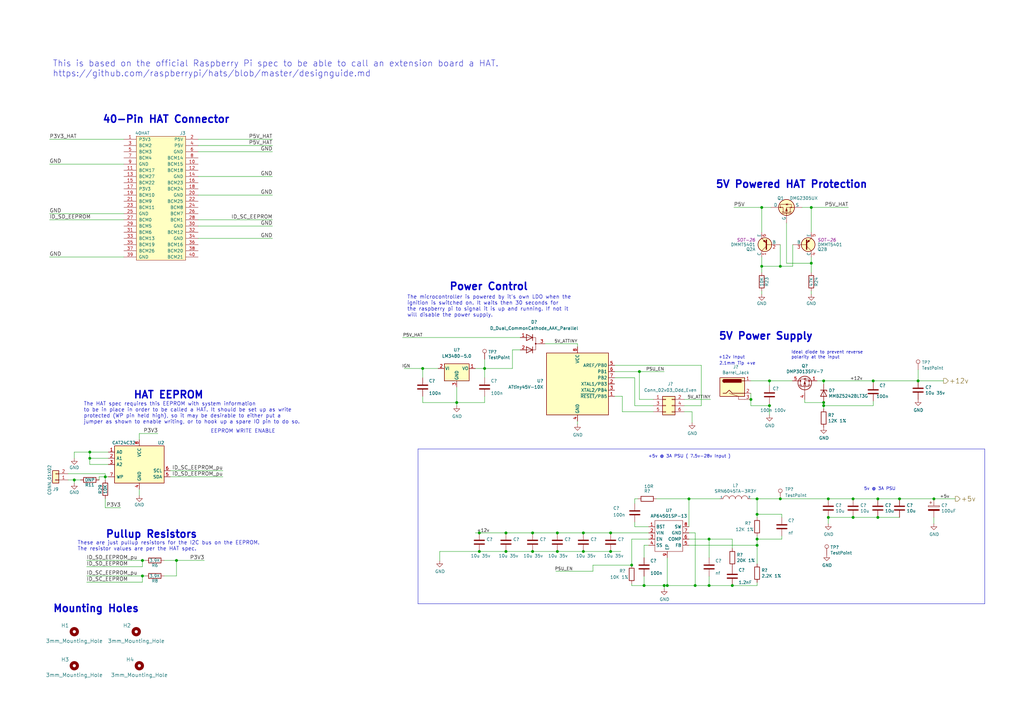
<source format=kicad_sch>
(kicad_sch (version 20210126) (generator eeschema)
  (paper "A3")
  (title_block (title "CarPi Power Hat") (rev "A"))
  (junction (at 30.48 196.85) (diameter 1.016))
  (junction (at 36.83 185.42) (diameter 1.016))
  (junction (at 36.83 187.96) (diameter 1.016))
  (junction (at 43.18 195.58) (diameter 1.016))
  (junction (at 58.42 229.87) (diameter 1.016))
  (junction (at 58.42 236.22) (diameter 1.016))
  (junction (at 72.39 229.87) (diameter 1.016))
  (junction (at 173.355 151.13) (diameter 1.016))
  (junction (at 187.325 165.1) (diameter 1.016))
  (junction (at 196.596 218.567) (diameter 1.016))
  (junction (at 196.596 226.187) (diameter 1.016))
  (junction (at 198.755 151.13) (diameter 1.016))
  (junction (at 207.518 218.567) (diameter 1.016))
  (junction (at 207.518 226.187) (diameter 1.016))
  (junction (at 218.44 218.567) (diameter 1.016))
  (junction (at 218.44 226.187) (diameter 1.016))
  (junction (at 228.6 218.567) (diameter 1.016))
  (junction (at 228.6 226.187) (diameter 1.016))
  (junction (at 239.268 218.567) (diameter 1.016))
  (junction (at 239.268 226.187) (diameter 1.016))
  (junction (at 250.444 218.567) (diameter 1.016))
  (junction (at 250.444 226.187) (diameter 1.016))
  (junction (at 259.08 231.775) (diameter 1.016))
  (junction (at 262.255 152.4) (diameter 1.016))
  (junction (at 264.16 240.157) (diameter 1.016))
  (junction (at 272.415 240.157) (diameter 1.016))
  (junction (at 273.685 240.157) (diameter 1.016))
  (junction (at 282.575 204.597) (diameter 1.016))
  (junction (at 285.115 240.157) (diameter 1.016))
  (junction (at 290.83 221.107) (diameter 1.016))
  (junction (at 290.83 240.157) (diameter 1.016))
  (junction (at 300.355 240.157) (diameter 1.016))
  (junction (at 307.975 163.83) (diameter 1.016))
  (junction (at 310.515 204.597) (diameter 1.016))
  (junction (at 310.515 210.947) (diameter 1.016))
  (junction (at 310.515 221.107) (diameter 1.016))
  (junction (at 310.515 223.647) (diameter 1.016))
  (junction (at 312.42 85.09) (diameter 1.016))
  (junction (at 312.42 109.22) (diameter 1.016))
  (junction (at 315.595 156.21) (diameter 1.016))
  (junction (at 315.595 166.37) (diameter 1.016))
  (junction (at 320.04 109.22) (diameter 1.016))
  (junction (at 320.04 204.597) (diameter 1.016))
  (junction (at 332.74 85.09) (diameter 1.016))
  (junction (at 332.74 107.95) (diameter 1.016))
  (junction (at 337.82 156.21) (diameter 1.016))
  (junction (at 337.82 165.1) (diameter 1.016))
  (junction (at 337.82 166.37) (diameter 1.016))
  (junction (at 339.725 204.597) (diameter 1.016))
  (junction (at 339.725 212.217) (diameter 1.016))
  (junction (at 349.885 204.597) (diameter 1.016))
  (junction (at 349.885 212.217) (diameter 1.016))
  (junction (at 358.14 156.21) (diameter 1.016))
  (junction (at 360.045 204.597) (diameter 1.016))
  (junction (at 360.045 212.217) (diameter 1.016))
  (junction (at 368.935 204.597) (diameter 1.016))
  (junction (at 376.555 156.21) (diameter 1.016))
  (junction (at 383.032 204.597) (diameter 1.016))
  (wire (pts (xy 27.94 194.31) (xy 43.18 194.31)))
  (wire (pts (xy 27.94 196.85) (xy 30.48 196.85)))
  (wire (pts (xy 30.48 185.42) (xy 30.48 187.96)))
  (wire (pts (xy 30.48 185.42) (xy 36.83 185.42)))
  (wire (pts (xy 30.48 196.85) (xy 33.02 196.85)))
  (wire (pts (xy 30.48 198.12) (xy 30.48 196.85)))
  (wire (pts (xy 35.56 229.87) (xy 58.42 229.87)))
  (wire (pts (xy 35.56 236.22) (xy 58.42 236.22)))
  (wire (pts (xy 36.83 185.42) (xy 36.83 187.96)))
  (wire (pts (xy 36.83 185.42) (xy 44.45 185.42)))
  (wire (pts (xy 36.83 187.96) (xy 36.83 190.5)))
  (wire (pts (xy 36.83 190.5) (xy 44.45 190.5)))
  (wire (pts (xy 40.64 195.58) (xy 40.64 196.85)))
  (wire (pts (xy 40.64 195.58) (xy 43.18 195.58)))
  (wire (pts (xy 43.18 194.31) (xy 43.18 195.58)))
  (wire (pts (xy 43.18 195.58) (xy 43.18 196.85)))
  (wire (pts (xy 43.18 195.58) (xy 44.45 195.58)))
  (wire (pts (xy 43.18 208.28) (xy 43.18 204.47)))
  (wire (pts (xy 44.45 187.96) (xy 36.83 187.96)))
  (wire (pts (xy 49.53 208.28) (xy 43.18 208.28)))
  (wire (pts (xy 50.8 57.15) (xy 20.32 57.15)))
  (wire (pts (xy 50.8 67.31) (xy 20.32 67.31)))
  (wire (pts (xy 50.8 87.63) (xy 20.32 87.63)))
  (wire (pts (xy 50.8 90.17) (xy 20.32 90.17)))
  (wire (pts (xy 50.8 105.41) (xy 20.32 105.41)))
  (wire (pts (xy 57.15 177.8) (xy 57.15 180.34)))
  (wire (pts (xy 57.15 177.8) (xy 64.77 177.8)))
  (wire (pts (xy 57.15 200.66) (xy 57.15 203.2)))
  (wire (pts (xy 58.42 229.87) (xy 59.69 229.87)))
  (wire (pts (xy 58.42 232.41) (xy 35.56 232.41)))
  (wire (pts (xy 58.42 232.41) (xy 58.42 229.87)))
  (wire (pts (xy 58.42 236.22) (xy 59.69 236.22)))
  (wire (pts (xy 58.42 238.76) (xy 35.56 238.76)))
  (wire (pts (xy 58.42 238.76) (xy 58.42 236.22)))
  (wire (pts (xy 67.31 229.87) (xy 72.39 229.87)))
  (wire (pts (xy 69.85 193.04) (xy 91.44 193.04)))
  (wire (pts (xy 72.39 229.87) (xy 83.82 229.87)))
  (wire (pts (xy 72.39 236.22) (xy 67.31 236.22)))
  (wire (pts (xy 72.39 236.22) (xy 72.39 229.87)))
  (wire (pts (xy 81.28 57.15) (xy 111.76 57.15)))
  (wire (pts (xy 81.28 59.69) (xy 111.76 59.69)))
  (wire (pts (xy 81.28 62.23) (xy 111.76 62.23)))
  (wire (pts (xy 81.28 72.39) (xy 111.76 72.39)))
  (wire (pts (xy 81.28 80.01) (xy 111.76 80.01)))
  (wire (pts (xy 81.28 90.17) (xy 111.76 90.17)))
  (wire (pts (xy 81.28 92.71) (xy 111.76 92.71)))
  (wire (pts (xy 81.28 97.79) (xy 111.76 97.79)))
  (wire (pts (xy 91.44 195.58) (xy 69.85 195.58)))
  (wire (pts (xy 165.1 138.43) (xy 213.36 138.43)))
  (wire (pts (xy 165.735 151.13) (xy 173.355 151.13)))
  (wire (pts (xy 173.355 151.13) (xy 173.355 154.94)))
  (wire (pts (xy 173.355 151.13) (xy 179.705 151.13)))
  (wire (pts (xy 173.355 162.56) (xy 173.355 165.1)))
  (wire (pts (xy 173.355 165.1) (xy 187.325 165.1)))
  (wire (pts (xy 180.34 226.187) (xy 180.34 229.997)))
  (wire (pts (xy 180.34 226.187) (xy 196.596 226.187)))
  (wire (pts (xy 187.325 158.75) (xy 187.325 165.1)))
  (wire (pts (xy 187.325 165.1) (xy 187.325 166.37)))
  (wire (pts (xy 187.325 165.1) (xy 198.755 165.1)))
  (wire (pts (xy 194.945 151.13) (xy 198.755 151.13)))
  (wire (pts (xy 194.945 218.567) (xy 196.596 218.567)))
  (wire (pts (xy 196.596 218.567) (xy 207.518 218.567)))
  (wire (pts (xy 196.596 226.187) (xy 207.518 226.187)))
  (wire (pts (xy 198.755 147.32) (xy 198.755 151.13)))
  (wire (pts (xy 198.755 151.13) (xy 198.755 154.94)))
  (wire (pts (xy 198.755 151.13) (xy 210.185 151.13)))
  (wire (pts (xy 198.755 162.56) (xy 198.755 165.1)))
  (wire (pts (xy 207.518 218.567) (xy 218.44 218.567)))
  (wire (pts (xy 207.518 226.187) (xy 218.44 226.187)))
  (wire (pts (xy 210.185 143.51) (xy 213.36 143.51)))
  (wire (pts (xy 210.185 151.13) (xy 210.185 143.51)))
  (wire (pts (xy 218.44 218.567) (xy 228.6 218.567)))
  (wire (pts (xy 218.44 226.187) (xy 228.6 226.187)))
  (wire (pts (xy 223.52 140.97) (xy 236.855 140.97)))
  (wire (pts (xy 227.965 234.315) (xy 243.205 234.315)))
  (wire (pts (xy 228.6 218.567) (xy 239.268 218.567)))
  (wire (pts (xy 228.6 226.187) (xy 239.268 226.187)))
  (wire (pts (xy 236.855 140.97) (xy 236.855 142.24)))
  (wire (pts (xy 236.855 172.72) (xy 236.855 173.99)))
  (wire (pts (xy 239.268 218.567) (xy 250.444 218.567)))
  (wire (pts (xy 239.268 226.187) (xy 250.444 226.187)))
  (wire (pts (xy 243.205 231.775) (xy 243.205 234.315)))
  (wire (pts (xy 243.205 231.775) (xy 259.08 231.775)))
  (wire (pts (xy 250.444 218.567) (xy 266.065 218.567)))
  (wire (pts (xy 250.444 226.187) (xy 254.635 226.187)))
  (wire (pts (xy 252.095 149.86) (xy 287.655 149.86)))
  (wire (pts (xy 252.095 152.4) (xy 262.255 152.4)))
  (wire (pts (xy 252.095 154.94) (xy 260.35 154.94)))
  (wire (pts (xy 252.095 162.56) (xy 255.27 162.56)))
  (wire (pts (xy 255.27 162.56) (xy 255.27 168.91)))
  (wire (pts (xy 255.27 168.91) (xy 267.97 168.91)))
  (wire (pts (xy 259.08 221.107) (xy 259.08 231.775)))
  (wire (pts (xy 259.08 221.107) (xy 266.065 221.107)))
  (wire (pts (xy 259.08 239.395) (xy 259.08 240.157)))
  (wire (pts (xy 259.08 240.157) (xy 264.16 240.157)))
  (wire (pts (xy 260.35 154.94) (xy 260.35 166.37)))
  (wire (pts (xy 260.35 166.37) (xy 267.97 166.37)))
  (wire (pts (xy 260.35 204.597) (xy 261.62 204.597)))
  (wire (pts (xy 260.35 206.502) (xy 260.35 204.597)))
  (wire (pts (xy 260.35 214.122) (xy 260.35 216.027)))
  (wire (pts (xy 260.35 216.027) (xy 266.065 216.027)))
  (wire (pts (xy 262.255 152.4) (xy 272.415 152.4)))
  (wire (pts (xy 262.255 163.83) (xy 262.255 152.4)))
  (wire (pts (xy 264.16 223.647) (xy 264.16 228.727)))
  (wire (pts (xy 264.16 236.347) (xy 264.16 240.157)))
  (wire (pts (xy 264.16 240.157) (xy 272.415 240.157)))
  (wire (pts (xy 266.065 223.647) (xy 264.16 223.647)))
  (wire (pts (xy 267.97 163.83) (xy 262.255 163.83)))
  (wire (pts (xy 269.24 204.597) (xy 282.575 204.597)))
  (wire (pts (xy 272.415 240.157) (xy 273.685 240.157)))
  (wire (pts (xy 272.415 241.427) (xy 272.415 240.157)))
  (wire (pts (xy 273.685 228.727) (xy 273.685 240.157)))
  (wire (pts (xy 273.685 240.157) (xy 285.115 240.157)))
  (wire (pts (xy 280.67 163.83) (xy 291.465 163.83)))
  (wire (pts (xy 280.67 168.91) (xy 283.845 168.91)))
  (wire (pts (xy 282.575 204.597) (xy 282.575 216.027)))
  (wire (pts (xy 282.575 204.597) (xy 295.275 204.597)))
  (wire (pts (xy 282.575 218.567) (xy 285.115 218.567)))
  (wire (pts (xy 282.575 221.107) (xy 290.83 221.107)))
  (wire (pts (xy 282.575 223.647) (xy 310.515 223.647)))
  (wire (pts (xy 283.845 168.91) (xy 283.845 173.355)))
  (wire (pts (xy 285.115 218.567) (xy 285.115 240.157)))
  (wire (pts (xy 285.115 240.157) (xy 290.83 240.157)))
  (wire (pts (xy 287.655 149.86) (xy 287.655 166.37)))
  (wire (pts (xy 287.655 166.37) (xy 280.67 166.37)))
  (wire (pts (xy 290.83 221.107) (xy 290.83 228.727)))
  (wire (pts (xy 290.83 221.107) (xy 300.355 221.107)))
  (wire (pts (xy 290.83 236.347) (xy 290.83 240.157)))
  (wire (pts (xy 290.83 240.157) (xy 300.355 240.157)))
  (wire (pts (xy 300.355 224.917) (xy 300.355 221.107)))
  (wire (pts (xy 300.355 240.157) (xy 310.515 240.157)))
  (wire (pts (xy 300.99 85.09) (xy 312.42 85.09)))
  (wire (pts (xy 307.975 156.21) (xy 315.595 156.21)))
  (wire (pts (xy 307.975 163.83) (xy 307.975 161.29)))
  (wire (pts (xy 307.975 166.37) (xy 307.975 163.83)))
  (wire (pts (xy 307.975 166.37) (xy 315.595 166.37)))
  (wire (pts (xy 307.975 204.597) (xy 310.515 204.597)))
  (wire (pts (xy 310.515 204.597) (xy 310.515 210.947)))
  (wire (pts (xy 310.515 204.597) (xy 320.04 204.597)))
  (wire (pts (xy 310.515 210.947) (xy 310.515 212.217)))
  (wire (pts (xy 310.515 210.947) (xy 320.675 210.947)))
  (wire (pts (xy 310.515 219.837) (xy 310.515 221.107)))
  (wire (pts (xy 310.515 221.107) (xy 310.515 223.647)))
  (wire (pts (xy 310.515 221.107) (xy 320.675 221.107)))
  (wire (pts (xy 310.515 223.647) (xy 310.515 231.267)))
  (wire (pts (xy 310.515 240.157) (xy 310.515 238.887)))
  (wire (pts (xy 312.42 85.09) (xy 316.23 85.09)))
  (wire (pts (xy 312.42 95.25) (xy 312.42 85.09)))
  (wire (pts (xy 312.42 105.41) (xy 312.42 109.22)))
  (wire (pts (xy 312.42 109.22) (xy 312.42 111.76)))
  (wire (pts (xy 312.42 109.22) (xy 320.04 109.22)))
  (wire (pts (xy 312.42 120.65) (xy 312.42 119.38)))
  (wire (pts (xy 315.595 156.21) (xy 315.595 158.115)))
  (wire (pts (xy 315.595 156.21) (xy 324.993 156.21)))
  (wire (pts (xy 315.595 165.735) (xy 315.595 166.37)))
  (wire (pts (xy 315.595 166.37) (xy 315.595 170.18)))
  (wire (pts (xy 320.04 100.33) (xy 320.04 109.22)))
  (wire (pts (xy 320.04 109.22) (xy 325.12 109.22)))
  (wire (pts (xy 320.04 204.597) (xy 339.725 204.597)))
  (wire (pts (xy 320.675 210.947) (xy 320.675 212.217)))
  (wire (pts (xy 320.675 221.107) (xy 320.675 219.837)))
  (wire (pts (xy 322.58 91.44) (xy 322.58 107.95)))
  (wire (pts (xy 322.58 107.95) (xy 332.74 107.95)))
  (wire (pts (xy 325.12 109.22) (xy 325.12 100.33)))
  (wire (pts (xy 328.93 85.09) (xy 332.74 85.09)))
  (wire (pts (xy 330.073 163.83) (xy 330.073 165.1)))
  (wire (pts (xy 330.073 165.1) (xy 337.82 165.1)))
  (wire (pts (xy 332.74 85.09) (xy 347.98 85.09)))
  (wire (pts (xy 332.74 95.25) (xy 332.74 85.09)))
  (wire (pts (xy 332.74 105.41) (xy 332.74 107.95)))
  (wire (pts (xy 332.74 107.95) (xy 332.74 111.76)))
  (wire (pts (xy 332.74 120.65) (xy 332.74 119.38)))
  (wire (pts (xy 335.153 156.21) (xy 337.82 156.21)))
  (wire (pts (xy 337.82 156.21) (xy 337.82 157.48)))
  (wire (pts (xy 337.82 156.21) (xy 358.14 156.21)))
  (wire (pts (xy 337.82 165.1) (xy 337.82 166.37)))
  (wire (pts (xy 337.82 166.37) (xy 337.82 167.64)))
  (wire (pts (xy 337.82 166.37) (xy 358.14 166.37)))
  (wire (pts (xy 339.725 204.597) (xy 349.885 204.597)))
  (wire (pts (xy 339.725 212.217) (xy 339.725 214.757)))
  (wire (pts (xy 349.885 204.597) (xy 360.045 204.597)))
  (wire (pts (xy 349.885 212.217) (xy 339.725 212.217)))
  (wire (pts (xy 358.14 156.21) (xy 358.14 156.845)))
  (wire (pts (xy 358.14 156.21) (xy 376.555 156.21)))
  (wire (pts (xy 358.14 166.37) (xy 358.14 164.465)))
  (wire (pts (xy 360.045 204.597) (xy 368.935 204.597)))
  (wire (pts (xy 360.045 212.217) (xy 349.885 212.217)))
  (wire (pts (xy 368.935 204.597) (xy 383.032 204.597)))
  (wire (pts (xy 368.935 212.217) (xy 360.045 212.217)))
  (wire (pts (xy 376.555 151.638) (xy 376.555 156.21)))
  (wire (pts (xy 376.555 156.21) (xy 386.969 156.21)))
  (wire (pts (xy 383.032 204.597) (xy 391.795 204.597)))
  (wire (pts (xy 383.032 212.217) (xy 383.032 214.757)))
  (polyline (pts (xy 171.45 184.15) (xy 171.45 247.65)) (stroke (width 0) (type solid)))
  (polyline (pts (xy 171.45 184.15) (xy 403.86 184.15)) (stroke (width 0) (type solid)))
  (polyline (pts (xy 403.86 184.15) (xy 403.86 247.65)) (stroke (width 0) (type solid)))
  (polyline (pts (xy 403.86 247.65) (xy 171.45 247.65)) (stroke (width 0) (type solid)))
  (text "This is based on the official Raspberry Pi spec to be able to call an extension board a HAT.\nhttps://github.com/raspberrypi/hats/blob/master/designguide.md" (at 21.59 31.75 0) (effects (font (size 2.54 2.54)) (justify left bottom)))
  (text "Mounting Holes" (at 21.59 251.46 0) (effects (font (size 2.9972 2.9972) (thickness 0.5994) bold) (justify left bottom)))
  (text "These are just pullup resistors for the I2C bus on the EEPROM.\nThe resistor values are per the HAT spec." (at 31.75 226.06 0) (effects (font (size 1.524 1.524)) (justify left bottom)))
  (text "The HAT spec requires this EEPROM with system information\nto be in place in order to be called a HAT. It should be set up as write\nprotected (WP pin held high), so it may be desirable to either put a \njumper as shown to enable writing, or to hook up a spare IO pin to do so." (at 34.29 173.99 0) (effects (font (size 1.524 1.524)) (justify left bottom)))
  (text "40-Pin HAT Connector" (at 41.91 50.8 0) (effects (font (size 2.9972 2.9972) (thickness 0.5994) bold) (justify left bottom)))
  (text "Pullup Resistors" (at 43.18 220.98 0) (effects (font (size 2.9972 2.9972) (thickness 0.5994) bold) (justify left bottom)))
  (text "HAT EEPROM" (at 54.61 163.83 0) (effects (font (size 2.9972 2.9972) (thickness 0.5994) bold) (justify left bottom)))
  (text "EEPROM WRITE ENABLE" (at 86.36 177.8 0) (effects (font (size 1.524 1.524)) (justify left bottom)))
  (text "The microcontroller is powered by it's own LDO when the\nignition is switched on. It waits then 30 seconds for\nthe raspberry pi to signal it is up and running. If not it\nwill disable the power supply." (at 167.005 130.175 0) (effects (font (size 1.524 1.524)) (justify left bottom)))
  (text "Power Control" (at 184.15 119.38 0) (effects (font (size 2.997 2.997) (thickness 0.5994) bold) (justify left bottom)))
  (text "5V Powered HAT Protection" (at 293.37 77.47 0) (effects (font (size 2.9972 2.9972) (thickness 0.5994) bold) (justify left bottom)))
  (text "5V Power Supply" (at 294.64 139.7 0) (effects (font (size 2.997 2.997) (thickness 0.5994) bold) (justify left bottom)))
  (text "+12v Input" (at 294.64 147.32 0) (effects (font (size 1.27 1.27)) (justify left bottom)))
  (text "+5v @ 3A PSU ( 7.5v-28v Input )" (at 299.72 187.96 180) (effects (font (size 1.27 1.27)) (justify right bottom)))
  (text "2.1mm Tip +ve" (at 309.88 149.86 180) (effects (font (size 1.27 1.27)) (justify right bottom)))
  (text "Ideal diode to prevent reverse\npolarity at the input" (at 324.485 147.32 0) (effects (font (size 1.27 1.27)) (justify left bottom)))
  (text "5v @ 3A PSU\n" (at 354.33 201.295 0) (effects (font (size 1.27 1.27)) (justify left bottom)))
  (label "P3V3_HAT" (at 20.32 57.15 0) (effects (font (size 1.524 1.524))))
  (label "GND" (at 20.32 67.31 0) (effects (font (size 1.524 1.524))))
  (label "GND" (at 20.32 87.63 0) (effects (font (size 1.524 1.524))))
  (label "ID_SD_EEPROM" (at 20.32 90.17 0) (effects (font (size 1.524 1.524))))
  (label "GND" (at 20.32 105.41 0) (effects (font (size 1.524 1.524))))
  (label "ID_SD_EEPROM_pu" (at 35.56 229.87 0) (effects (font (size 1.524 1.524))))
  (label "ID_SD_EEPROM" (at 35.56 232.41 0) (effects (font (size 1.524 1.524))))
  (label "ID_SC_EEPROM_pu" (at 35.56 236.22 0) (effects (font (size 1.524 1.524))))
  (label "ID_SC_EEPROM" (at 35.56 238.76 0) (effects (font (size 1.524 1.524))))
  (label "P3V3" (at 49.53 208.28 180) (effects (font (size 1.524 1.524))))
  (label "P3V3" (at 64.77 177.8 180) (effects (font (size 1.524 1.524))))
  (label "P3V3" (at 83.82 229.87 180) (effects (font (size 1.524 1.524))))
  (label "ID_SC_EEPROM_pu" (at 91.44 193.04 180) (effects (font (size 1.524 1.524))))
  (label "ID_SD_EEPROM_pu" (at 91.44 195.58 180) (effects (font (size 1.524 1.524))))
  (label "P5V_HAT" (at 111.76 57.15 180) (effects (font (size 1.524 1.524))))
  (label "P5V_HAT" (at 111.76 59.69 180) (effects (font (size 1.524 1.524))))
  (label "GND" (at 111.76 62.23 180) (effects (font (size 1.524 1.524))))
  (label "GND" (at 111.76 72.39 180) (effects (font (size 1.524 1.524))))
  (label "GND" (at 111.76 80.01 180) (effects (font (size 1.524 1.524))))
  (label "ID_SC_EEPROM" (at 111.76 90.17 180) (effects (font (size 1.524 1.524))))
  (label "GND" (at 111.76 92.71 180) (effects (font (size 1.524 1.524))))
  (label "GND" (at 111.76 97.79 180) (effects (font (size 1.524 1.524))))
  (label "IGN" (at 168.275 151.13 180))
  (label "P5V_HAT" (at 173.355 138.43 180))
  (label "+12v" (at 195.58 218.567 0))
  (label "PSU_EN" (at 234.95 234.315 180))
  (label "5V_ATTINY" (at 236.855 140.97 180))
  (label "PSU_EN" (at 272.415 152.4 180))
  (label "5V_ATTINY" (at 291.465 163.83 180))
  (label "P5V" (at 300.99 85.09 0) (effects (font (size 1.524 1.524))))
  (label "P5V_HAT" (at 347.98 85.09 180) (effects (font (size 1.524 1.524))))
  (label "+12v" (at 348.615 156.21 0))
  (label "+5v" (at 385.445 204.597 0))
  (hierarchical_label "+12v" (shape output) (at 386.969 156.21 0) (effects (font (size 2.0066 2.0066))))
  (hierarchical_label "+5v" (shape output) (at 391.795 204.597 0) (effects (font (size 2.0066 2.0066))))
  (symbol (lib_id "Connector:TestPoint") (at 198.755 147.32 0) (unit 1)
    (property "Reference" "TP?" (at 200.2282 144.3228 0) (effects (justify left)))
    (property "Value" "TestPoint" (at 200.2282 146.6342 0) (effects (justify left)))
    (property "Footprint" "TestPoint:TestPoint_Pad_2.0x2.0mm" (effects hide))
    (property "Field4" "nf" (effects hide))
    (property "Field5" "nf" (effects hide))
    (property "Field6" "nf" (effects hide))
    (property "Field7" "nf" (effects hide))
  )
  (symbol (lib_id "Connector:TestPoint") (at 320.04 204.597 0) (unit 1)
    (property "Reference" "TP?" (at 321.945 200.66 0) (effects (justify left)))
    (property "Value" "TestPoint" (at 321.945 203.2 0) (effects (justify left)))
    (property "Footprint" "TestPoint:TestPoint_Pad_2.0x2.0mm" (effects hide))
    (property "Field4" "nf" (effects hide))
    (property "Field5" "nf" (effects hide))
    (property "Field6" "nf" (effects hide))
    (property "Field7" "nf" (effects hide))
  )
  (symbol (lib_id "Connector:TestPoint") (at 339.09 227.457 0) (unit 1)
    (property "Reference" "TP?" (at 340.5632 224.4598 0) (effects (justify left)))
    (property "Value" "TestPoint" (at 340.5632 226.7712 0) (effects (justify left)))
    (property "Footprint" "TestPoint:TestPoint_Pad_2.0x2.0mm" (effects hide))
    (property "Field4" "nf" (effects hide))
    (property "Field5" "nf" (effects hide))
    (property "Field6" "nf" (effects hide))
    (property "Field7" "nf" (effects hide))
  )
  (symbol (lib_id "Connector:TestPoint") (at 376.555 151.638 0) (unit 1)
    (property "Reference" "TP?" (at 378.0282 148.6408 0) (effects (justify left)))
    (property "Value" "TestPoint" (at 378.0282 150.9522 0) (effects (justify left)))
    (property "Footprint" "TestPoint:TestPoint_Pad_2.0x2.0mm" (effects hide))
    (property "Field4" "nf" (effects hide))
    (property "Field5" "nf" (effects hide))
    (property "Field6" "nf" (effects hide))
    (property "Field7" "nf" (effects hide))
  )
  (symbol (lib_id "power:GND") (at 30.48 187.96 0) (unit 1)
    (property "Reference" "#PWR03" (effects hide))
    (property "Value" "GND" (at 30.48 191.77 0))
  )
  (symbol (lib_id "power:GND") (at 30.48 198.12 0) (unit 1)
    (property "Reference" "#PWR04" (effects hide))
    (property "Value" "GND" (at 30.48 201.93 0))
  )
  (symbol (lib_id "power:GND") (at 57.15 203.2 0) (unit 1)
    (property "Reference" "#PWR05" (effects hide))
    (property "Value" "GND" (at 57.15 207.01 0))
  )
  (symbol (lib_id "power:GND") (at 180.34 229.997 0) (unit 1)
    (property "Reference" "#PWR?" (effects hide))
    (property "Value" "GND" (at 180.467 234.3912 0))
  )
  (symbol (lib_id "power:GND") (at 187.325 166.37 0) (unit 1)
    (property "Reference" "#PWR?" (effects hide))
    (property "Value" "GND" (at 187.452 170.7642 0))
  )
  (symbol (lib_id "power:GND") (at 236.855 173.99 0) (unit 1)
    (property "Reference" "#PWR?" (effects hide))
    (property "Value" "GND" (at 236.982 178.3842 0))
  )
  (symbol (lib_id "power:GND") (at 272.415 241.427 0) (unit 1)
    (property "Reference" "#PWR?" (effects hide))
    (property "Value" "GND" (at 272.542 245.8212 0))
  )
  (symbol (lib_id "power:GND") (at 283.845 173.355 0) (unit 1)
    (property "Reference" "#PWR?" (effects hide))
    (property "Value" "GND" (at 283.972 177.7492 0))
  )
  (symbol (lib_id "power:GND") (at 312.42 120.65 0) (unit 1)
    (property "Reference" "#PWR01" (effects hide))
    (property "Value" "GND" (at 312.42 124.46 0))
  )
  (symbol (lib_id "power:GND") (at 315.595 170.18 0) (unit 1)
    (property "Reference" "#PWR?" (effects hide))
    (property "Value" "GND" (at 315.722 174.5742 0))
  )
  (symbol (lib_id "power:GND") (at 332.74 120.65 0) (unit 1)
    (property "Reference" "#PWR02" (effects hide))
    (property "Value" "GND" (at 332.74 124.46 0))
  )
  (symbol (lib_id "power:GND") (at 337.82 175.26 0) (unit 1)
    (property "Reference" "#PWR?" (effects hide))
    (property "Value" "GND" (at 337.947 179.6542 0))
  )
  (symbol (lib_id "power:GND") (at 339.09 227.457 0) (unit 1)
    (property "Reference" "#PWR?" (effects hide))
    (property "Value" "GND" (at 339.217 231.8512 0))
  )
  (symbol (lib_id "power:GND") (at 339.725 214.757 0) (unit 1)
    (property "Reference" "#PWR?" (effects hide))
    (property "Value" "GND" (at 339.852 219.1512 0))
  )
  (symbol (lib_id "power:GND") (at 376.555 163.83 0) (unit 1)
    (property "Reference" "#PWR?" (effects hide))
    (property "Value" "GND" (at 376.682 168.2242 0))
  )
  (symbol (lib_id "power:GND") (at 383.032 214.757 0) (unit 1)
    (property "Reference" "#PWR?" (effects hide))
    (property "Value" "GND" (at 383.159 219.1512 0))
  )
  (symbol (lib_id "Mechanical:MountingHole") (at 30.48 259.08 0) (unit 1)
    (property "Reference" "H1" (at 26.67 256.54 0) (effects (font (size 1.524 1.524))))
    (property "Value" "3mm_Mounting_Hole" (at 30.48 262.89 0) (effects (font (size 1.524 1.524))))
    (property "Footprint" "project_footprints:NPTH_3mm_ID" (effects hide))
  )
  (symbol (lib_id "Mechanical:MountingHole") (at 30.48 273.05 0) (unit 1)
    (property "Reference" "H3" (at 26.67 270.51 0) (effects (font (size 1.524 1.524))))
    (property "Value" "3mm_Mounting_Hole" (at 30.48 276.86 0) (effects (font (size 1.524 1.524))))
    (property "Footprint" "project_footprints:NPTH_3mm_ID" (effects hide))
  )
  (symbol (lib_id "Mechanical:MountingHole") (at 55.88 259.08 0) (unit 1)
    (property "Reference" "H2" (at 52.07 256.54 0) (effects (font (size 1.524 1.524))))
    (property "Value" "3mm_Mounting_Hole" (at 55.88 262.89 0) (effects (font (size 1.524 1.524))))
    (property "Footprint" "project_footprints:NPTH_3mm_ID" (effects hide))
  )
  (symbol (lib_id "Mechanical:MountingHole") (at 57.15 273.05 0) (unit 1)
    (property "Reference" "H4" (at 53.34 270.51 0) (effects (font (size 1.524 1.524))))
    (property "Value" "3mm_Mounting_Hole" (at 57.15 276.86 0) (effects (font (size 1.524 1.524))))
    (property "Footprint" "project_footprints:NPTH_3mm_ID" (effects hide))
  )
  (symbol (lib_id "Device:R") (at 36.83 196.85 270) (unit 1)
    (property "Reference" "R11" (at 36.83 198.882 90))
    (property "Value" "DNP" (at 36.83 196.85 90))
    (property "Footprint" "Resistor_SMD:R_0603_1608Metric_Pad0.84x1.00mm_HandSolder" (effects hide))
  )
  (symbol (lib_id "Device:R") (at 43.18 200.66 180) (unit 1)
    (property "Reference" "R29" (at 41.148 200.66 90))
    (property "Value" "10K" (at 43.18 200.66 90))
    (property "Footprint" "Resistor_SMD:R_0603_1608Metric_Pad0.84x1.00mm_HandSolder" (effects hide))
  )
  (symbol (lib_id "Device:R") (at 63.5 229.87 270) (unit 1)
    (property "Reference" "R6" (at 63.5 231.902 90))
    (property "Value" "3.9K" (at 63.5 229.87 90))
    (property "Footprint" "Resistor_SMD:R_0603_1608Metric_Pad0.84x1.00mm_HandSolder" (effects hide))
  )
  (symbol (lib_id "Device:R") (at 63.5 236.22 270) (unit 1)
    (property "Reference" "R8" (at 63.5 238.252 90))
    (property "Value" "3.9K" (at 63.5 236.22 90))
    (property "Footprint" "Resistor_SMD:R_0603_1608Metric_Pad0.84x1.00mm_HandSolder" (effects hide))
  )
  (symbol (lib_id "Device:R") (at 259.08 235.585 0) (unit 1)
    (property "Reference" "R?" (at 254 234.188 0) (effects (justify left)))
    (property "Value" "10K 1%" (at 250.19 236.728 0) (effects (justify left)))
    (property "Footprint" "Resistor_SMD:R_0402_1005Metric" (effects hide))
    (property "Datasheet" "https://fscdn.rohm.com/en/products/databook/datasheet/passive/resistor/chip_resistor/mcr-e.pdf" (effects hide))
    (property "Field4" "Farnell" (effects hide))
    (property "Field5" "9239367" (effects hide))
    (property "Field7" "Rohm" (effects hide))
    (property "Field6" "MCR01MZPF1202" (effects hide))
    (property "Part Description" "Resistor 12K M1005 1% 63mW" (effects hide))
  )
  (symbol (lib_id "Device:R") (at 265.43 204.597 270) (unit 1)
    (property "Reference" "R?" (at 264.16 201.422 90) (effects (justify left)))
    (property "Value" "10R" (at 264.16 199.517 90) (effects (justify left)))
    (property "Footprint" "Resistor_SMD:R_0402_1005Metric" (effects hide))
    (property "Datasheet" "https://fscdn.rohm.com/en/products/databook/datasheet/passive/resistor/chip_resistor/mcr-e.pdf" (effects hide))
    (property "Field4" "Farnell" (effects hide))
    (property "Field5" "9238999" (effects hide))
    (property "Field7" "Yageo" (effects hide))
    (property "Field6" "RC0402FR-0710RL" (effects hide))
    (property "Field8" "URES00256" (effects hide))
    (property "Part Description" "Resistor 10R M1005 1% 63mW" (effects hide))
  )
  (symbol (lib_id "Device:R") (at 300.355 228.727 0) (unit 1)
    (property "Reference" "R?" (at 302.133 227.5586 0) (effects (justify left)))
    (property "Value" "20K 1%" (at 302.133 229.87 0) (effects (justify left)))
    (property "Footprint" "Resistor_SMD:R_0402_1005Metric" (effects hide))
    (property "Datasheet" "https://fscdn.rohm.com/en/products/databook/datasheet/passive/resistor/chip_resistor/mcr-e.pdf" (effects hide))
    (property "Field4" "Farnell" (effects hide))
    (property "Field5" "2331485" (effects hide))
    (property "Field7" "KOA EUROPE GMBH" (effects hide))
    (property "Field6" "RK73H1ETTP2002F" (effects hide))
    (property "Part Description" "Resistor 20K M1005 1% 63mW" (effects hide))
  )
  (symbol (lib_id "Device:R") (at 310.515 216.027 0) (unit 1)
    (property "Reference" "R?" (at 305.435 214.63 0) (effects (justify left)))
    (property "Value" "12K 1%" (at 301.625 217.17 0) (effects (justify left)))
    (property "Footprint" "Resistor_SMD:R_0402_1005Metric" (effects hide))
    (property "Datasheet" "https://fscdn.rohm.com/en/products/databook/datasheet/passive/resistor/chip_resistor/mcr-e.pdf" (effects hide))
    (property "Field4" "Farnell" (effects hide))
    (property "Field5" "9239367" (effects hide))
    (property "Field7" "Rohm" (effects hide))
    (property "Field6" "MCR01MZPF1202" (effects hide))
    (property "Part Description" "Resistor 12K M1005 1% 63mW" (effects hide))
  )
  (symbol (lib_id "Device:R") (at 310.515 235.077 0) (unit 1)
    (property "Reference" "R?" (at 312.293 233.9086 0) (effects (justify left)))
    (property "Value" "2.2K 1%" (at 312.293 236.22 0) (effects (justify left)))
    (property "Footprint" "Resistor_SMD:R_0402_1005Metric" (effects hide))
    (property "Datasheet" "https://fscdn.rohm.com/en/products/databook/datasheet/passive/resistor/chip_resistor/mcr-e.pdf" (effects hide))
    (property "Field4" "Farnell" (effects hide))
    (property "Field5" "9239278" (effects hide))
    (property "Field6" "RK73G1ETQTP2201D         " (effects hide))
    (property "Field7" "KOA EUROPE GMBH" (effects hide))
    (property "Part Description" "Resistor 2.2K M1005 1% 63mW" (effects hide))
    (property "Field8" "120889581" (effects hide))
  )
  (symbol (lib_id "Device:R") (at 312.42 115.57 0) (unit 1)
    (property "Reference" "R23" (at 314.452 115.57 90))
    (property "Value" "10K" (at 312.42 115.57 90))
    (property "Footprint" "Resistor_SMD:R_0603_1608Metric_Pad0.84x1.00mm_HandSolder" (effects hide))
  )
  (symbol (lib_id "Device:R") (at 332.74 115.57 0) (unit 1)
    (property "Reference" "R24" (at 334.772 115.57 90))
    (property "Value" "47K" (at 332.74 115.57 90))
    (property "Footprint" "Resistor_SMD:R_0603_1608Metric_Pad0.84x1.00mm_HandSolder" (effects hide))
  )
  (symbol (lib_id "Device:R") (at 337.82 171.45 0) (unit 1)
    (property "Reference" "R?" (at 339.598 170.2816 0) (effects (justify left)))
    (property "Value" "12K 1%" (at 339.598 172.593 0) (effects (justify left)))
    (property "Footprint" "Resistor_SMD:R_0402_1005Metric" (effects hide))
    (property "Datasheet" "https://fscdn.rohm.com/en/products/databook/datasheet/passive/resistor/chip_resistor/mcr-e.pdf" (effects hide))
    (property "Field4" "Farnell" (effects hide))
    (property "Field5" "9239367" (effects hide))
    (property "Field7" "Rohm" (effects hide))
    (property "Field6" "MCR01MZPF1202" (effects hide))
    (property "Part Description" "Resistor 12K M1005 1% 63mW" (effects hide))
  )
  (symbol (lib_id "pspice:INDUCTOR") (at 301.625 204.597 0) (unit 1)
    (property "Reference" "L?" (at 301.625 199.136 0))
    (property "Value" "SRN6045TA-3R3Y" (at 301.625 201.4474 0))
    (property "Footprint" "Inductor_SMD:L_Bourns_SRN6045TA" (effects hide))
    (property "Datasheet" "https://www.bourns.com/docs/Product-Datasheets/SRN6045TA.pdf" (effects hide))
    (property "Field4" "Farnell" (effects hide))
    (property "Field5" "2616889" (effects hide))
    (property "Field6" "SRN6045TA-3R3Y" (effects hide))
    (property "Field7" "Bourns" (effects hide))
    (property "Part Description" "3.3µH Semi-Shielded Wirewound Inductor 7.8A 21mOhm Nonstandard" (effects hide))
  )
  (symbol (lib_id "Diode:BZX84Cxx") (at 337.82 161.29 270) (unit 1)
    (property "Reference" "D?" (at 339.852 160.147 90) (effects (justify left)))
    (property "Value" "MMBZ5242BLT3G" (at 339.852 162.433 90) (effects (justify left)))
    (property "Footprint" "Diode_SMD:D_SOT-23_ANK" (effects hide))
    (property "Datasheet" "https://diotec.com/tl_files/diotec/files/pdf/datasheets/bzx84c2v4.pdf" (effects hide))
    (property "Field4" "Digikey" (effects hide))
    (property "Field5" "	MMBZ5242BLT3GOSCT-ND" (effects hide))
    (property "Field6" "MMBZ5242BLT3G" (effects hide))
    (property "Field7" "Onsemi" (effects hide))
    (property "Part Description" "	Zener Diode 12V 225mW 5% Surface Mount SOT-23-3 (TO-236)" (effects hide))
  )
  (symbol (lib_id "Connector_Generic:Conn_01x02") (at 22.86 196.85 180) (unit 1)
    (property "Reference" "J9" (at 22.86 200.66 0))
    (property "Value" "CONN_01X02" (at 20.32 196.85 90))
    (property "Footprint" "Connector_PinHeader_2.54mm:PinHeader_1x02_P2.54mm_Vertical" (effects hide))
    (property "Datasheet" "~" (at 22.86 196.85 0))
  )
  (symbol (lib_id "Device:C") (at 173.355 158.75 0) (unit 1)
    (property "Reference" "C?" (at 175.895 156.21 0) (effects (justify left)))
    (property "Value" "100n" (at 175.895 161.29 0) (effects (justify left)))
    (property "Footprint" "Capacitor_SMD:C_0402_1005Metric" (effects hide))
    (property "Datasheet" "https://search.murata.co.jp/Ceramy/image/img/A01X/G101/ENG/GRM155R71C104KA88-01.pdf" (effects hide))
    (property "Field4" "Farnell" (effects hide))
    (property "Field5" "2611911" (effects hide))
    (property "Field6" "RM EMK105 B7104KV-F" (effects hide))
    (property "Field7" "TAIYO YUDEN EUROPE GMBH" (effects hide))
    (property "Part Description" "	0.1uF 10% 16V Ceramic Capacitor X7R 0402 (1005 Metric)" (effects hide))
    (property "Field8" "110091611" (effects hide))
  )
  (symbol (lib_id "Device:C") (at 196.596 222.377 0) (unit 1)
    (property "Reference" "C?" (at 199.517 221.2086 0) (effects (justify left)))
    (property "Value" "10u 35v" (at 193.04 227.965 0) (effects (justify left)))
    (property "Footprint" "Capacitor_SMD:C_0805_2012Metric" (effects hide))
    (property "Datasheet" "https://www.murata.com/en-global/products/productdetail.aspx?partno=GRM21BC8YA106ME11%23" (effects hide))
    (property "Field5" "490-10505-1-ND" (effects hide))
    (property "Field4" "Digikey" (effects hide))
    (property "Field6" "GRM21BC8YA106KE11L " (effects hide))
    (property "Field7" "Murata" (effects hide))
    (property "Part Description" "	10uF 10% or 20% 35V Ceramic Capacitor X6S 0805 (2012 Metric)" (effects hide))
  )
  (symbol (lib_id "Device:C") (at 198.755 158.75 0) (unit 1)
    (property "Reference" "C?" (at 201.295 156.21 0) (effects (justify left)))
    (property "Value" "100n" (at 201.295 161.29 0) (effects (justify left)))
    (property "Footprint" "Capacitor_SMD:C_0402_1005Metric" (effects hide))
    (property "Datasheet" "https://search.murata.co.jp/Ceramy/image/img/A01X/G101/ENG/GRM155R71C104KA88-01.pdf" (effects hide))
    (property "Field4" "Farnell" (effects hide))
    (property "Field5" "2611911" (effects hide))
    (property "Field6" "RM EMK105 B7104KV-F" (effects hide))
    (property "Field7" "TAIYO YUDEN EUROPE GMBH" (effects hide))
    (property "Part Description" "	0.1uF 10% 16V Ceramic Capacitor X7R 0402 (1005 Metric)" (effects hide))
    (property "Field8" "110091611" (effects hide))
  )
  (symbol (lib_id "Device:C") (at 207.518 222.377 0) (unit 1)
    (property "Reference" "C?" (at 210.439 221.2086 0) (effects (justify left)))
    (property "Value" "10u 35v" (at 204.47 227.965 0) (effects (justify left)))
    (property "Footprint" "Capacitor_SMD:C_0805_2012Metric" (effects hide))
    (property "Datasheet" "https://www.murata.com/en-global/products/productdetail.aspx?partno=GRM21BC8YA106ME11%23" (effects hide))
    (property "Field5" "490-10505-1-ND" (effects hide))
    (property "Field4" "Digikey" (effects hide))
    (property "Field6" "GRM21BC8YA106KE11L " (effects hide))
    (property "Field7" "Murata" (effects hide))
    (property "Part Description" "	10uF 10% or 20% 35V Ceramic Capacitor X6S 0805 (2012 Metric)" (effects hide))
  )
  (symbol (lib_id "Device:C") (at 218.44 222.377 0) (unit 1)
    (property "Reference" "C?" (at 221.361 221.2086 0) (effects (justify left)))
    (property "Value" "10u 35v" (at 214.63 227.965 0) (effects (justify left)))
    (property "Footprint" "Capacitor_SMD:C_0805_2012Metric" (effects hide))
    (property "Datasheet" "https://www.murata.com/en-global/products/productdetail.aspx?partno=GRM21BC8YA106ME11%23" (effects hide))
    (property "Field5" "490-10505-1-ND" (effects hide))
    (property "Field4" "Digikey" (effects hide))
    (property "Field6" "GRM21BC8YA106KE11L " (effects hide))
    (property "Field7" "Murata" (effects hide))
    (property "Part Description" "	10uF 10% or 20% 35V Ceramic Capacitor X6S 0805 (2012 Metric)" (effects hide))
  )
  (symbol (lib_id "Device:C") (at 228.6 222.377 0) (unit 1)
    (property "Reference" "C?" (at 231.521 221.2086 0) (effects (justify left)))
    (property "Value" "10u 35v" (at 224.79 227.965 0) (effects (justify left)))
    (property "Footprint" "Capacitor_SMD:C_0805_2012Metric" (effects hide))
    (property "Datasheet" "https://www.murata.com/en-global/products/productdetail.aspx?partno=GRM21BC8YA106ME11%23" (effects hide))
    (property "Field5" "490-10505-1-ND" (effects hide))
    (property "Field4" "Digikey" (effects hide))
    (property "Field6" "GRM21BC8YA106KE11L " (effects hide))
    (property "Field7" "Murata" (effects hide))
    (property "Part Description" "	10uF 10% or 20% 35V Ceramic Capacitor X6S 0805 (2012 Metric)" (effects hide))
  )
  (symbol (lib_id "Device:C") (at 239.268 222.377 0) (unit 1)
    (property "Reference" "C?" (at 242.189 221.2086 0) (effects (justify left)))
    (property "Value" "10u 35v" (at 236.22 227.965 0) (effects (justify left)))
    (property "Footprint" "Capacitor_SMD:C_0805_2012Metric" (effects hide))
    (property "Datasheet" "https://www.murata.com/en-global/products/productdetail.aspx?partno=GRM21BC8YA106ME11%23" (effects hide))
    (property "Field5" "490-10505-1-ND" (effects hide))
    (property "Field4" "Digikey" (effects hide))
    (property "Field6" "GRM21BC8YA106KE11L " (effects hide))
    (property "Field7" "Murata" (effects hide))
    (property "Part Description" "	10uF 10% or 20% 35V Ceramic Capacitor X6S 0805 (2012 Metric)" (effects hide))
  )
  (symbol (lib_id "Device:C") (at 250.444 222.377 0) (unit 1)
    (property "Reference" "C?" (at 253.365 221.2086 0) (effects (justify left)))
    (property "Value" "10u 35v" (at 247.65 227.965 0) (effects (justify left)))
    (property "Footprint" "Capacitor_SMD:C_0805_2012Metric" (effects hide))
    (property "Datasheet" "https://www.murata.com/en-global/products/productdetail.aspx?partno=GRM21BC8YA106ME11%23" (effects hide))
    (property "Field5" "490-10505-1-ND" (effects hide))
    (property "Field4" "Digikey" (effects hide))
    (property "Field6" "GRM21BC8YA106KE11L " (effects hide))
    (property "Field7" "Murata" (effects hide))
    (property "Part Description" "	10uF 10% or 20% 35V Ceramic Capacitor X6S 0805 (2012 Metric)" (effects hide))
  )
  (symbol (lib_id "Device:C") (at 260.35 210.312 0) (unit 1)
    (property "Reference" "C?" (at 251.46 208.407 0) (effects (justify left)))
    (property "Value" "100n" (at 251.46 211.201 0) (effects (justify left)))
    (property "Footprint" "Capacitor_SMD:C_0402_1005Metric" (effects hide))
    (property "Datasheet" "https://search.murata.co.jp/Ceramy/image/img/A01X/G101/ENG/GRM155R71C104KA88-01.pdf" (effects hide))
    (property "Field4" "Farnell" (effects hide))
    (property "Field5" "2611911" (effects hide))
    (property "Field6" "RM EMK105 B7104KV-F" (effects hide))
    (property "Field7" "TAIYO YUDEN EUROPE GMBH" (effects hide))
    (property "Part Description" "	0.1uF 10% 16V Ceramic Capacitor X7R 0402 (1005 Metric)" (effects hide))
    (property "Field8" "110091611" (effects hide))
  )
  (symbol (lib_id "Device:C") (at 264.16 232.537 0) (unit 1)
    (property "Reference" "C?" (at 266.7 229.997 0) (effects (justify left)))
    (property "Value" "100n" (at 266.7 235.077 0) (effects (justify left)))
    (property "Footprint" "Capacitor_SMD:C_0402_1005Metric" (effects hide))
    (property "Datasheet" "https://search.murata.co.jp/Ceramy/image/img/A01X/G101/ENG/GRM155R71C104KA88-01.pdf" (effects hide))
    (property "Field4" "Farnell" (effects hide))
    (property "Field5" "2611911" (effects hide))
    (property "Field6" "RM EMK105 B7104KV-F" (effects hide))
    (property "Field7" "TAIYO YUDEN EUROPE GMBH" (effects hide))
    (property "Part Description" "	0.1uF 10% 16V Ceramic Capacitor X7R 0402 (1005 Metric)" (effects hide))
    (property "Field8" "110091611" (effects hide))
  )
  (symbol (lib_id "Device:C") (at 290.83 232.537 0) (unit 1)
    (property "Reference" "C?" (at 293.37 229.997 0) (effects (justify left)))
    (property "Value" "nf" (at 293.37 235.077 0) (effects (justify left)))
    (property "Footprint" "Capacitor_SMD:C_0402_1005Metric" (effects hide))
  )
  (symbol (lib_id "Device:C") (at 300.355 236.347 0) (unit 1)
    (property "Reference" "C?" (at 302.895 233.807 0) (effects (justify left)))
    (property "Value" "1.2nF" (at 302.895 238.887 0) (effects (justify left)))
    (property "Footprint" "Capacitor_SMD:C_0402_1005Metric" (effects hide))
    (property "Datasheet" "http://www.farnell.com/datasheets/2734135.pdf?_ga=2.259347658.1738794919.1588350964-1787849031.1568210898&_gac=1.15394434.1588350964.EAIaIQobChMIgrHHs4yT6QIVxevtCh39TA_nEAAYASAAEgK8PfD_BwE" (effects hide))
    (property "Field4" "Digikey" (effects hide))
    (property "Field5" "490-16429-1-ND" (effects hide))
    (property "Field6" "GCM155R71H122KA37D" (effects hide))
    (property "Field7" "Murata" (effects hide))
    (property "Part Description" "1200pF 10% 10V Ceramic Capacitor X5R 0402 (1005 Metric)" (effects hide))
  )
  (symbol (lib_id "Device:C") (at 315.595 161.925 0) (unit 1)
    (property "Reference" "C?" (at 316.865 159.385 0) (effects (justify left)))
    (property "Value" "100n 100v" (at 311.785 168.275 0) (effects (justify left)))
    (property "Footprint" "Capacitor_SMD:C_0402_1005Metric" (effects hide))
    (property "Datasheet" "https://psearch.en.murata.com/capacitor/product/GRM155R62A104KE14%23.pdf" (effects hide))
    (property "Field4" "Farnell" (effects hide))
    (property "Field5" "2611907" (effects hide))
    (property "Field6" "GRM155R62A104KE14D" (effects hide))
    (property "Field7" "Murata" (effects hide))
    (property "Part Description" "	0.1uF 10% 100V Ceramic Capacitor X5R 0402 (1005 Metric)" (effects hide))
  )
  (symbol (lib_id "Device:C") (at 320.675 216.027 0) (unit 1)
    (property "Reference" "C?" (at 323.215 213.487 0) (effects (justify left)))
    (property "Value" "nf" (at 323.215 218.567 0) (effects (justify left)))
    (property "Footprint" "Capacitor_SMD:C_0402_1005Metric" (effects hide))
    (property "Datasheet" "http://www.farnell.com/datasheets/2048267.pdf?_ga=2.222777691.1738794919.1588350964-1787849031.1568210898&_gac=1.250356018.1588350964.EAIaIQobChMIgrHHs4yT6QIVxevtCh39TA_nEAAYASAAEgK8PfD_BwE" (effects hide))
    (property "Field4" "Farnell" (effects hide))
    (property "Field5" "2666374" (effects hide))
    (property "Field6" "GRM1555C1H221JA01D" (effects hide))
    (property "Field7" "Murata" (effects hide))
    (property "Part Description" "220 pF, 50 V, 0402 [1005 Metric], ± 5%, C0G / NP0/CH, GCM Series" (effects hide))
  )
  (symbol (lib_id "Device:C") (at 339.725 208.407 0) (unit 1)
    (property "Reference" "C?" (at 342.646 207.2386 0) (effects (justify left)))
    (property "Value" "10u" (at 342.646 209.55 0) (effects (justify left)))
    (property "Footprint" "Capacitor_SMD:C_0805_2012Metric" (effects hide))
    (property "Datasheet" "https://search.murata.co.jp/Ceramy/image/img/A01X/G101/ENG/GRM21BR71A106KA73-01.pdf" (effects hide))
    (property "Field5" "490-14381-1-ND" (effects hide))
    (property "Field4" "Digikey" (effects hide))
    (property "Field6" "GRM21BR71A106KA73L" (effects hide))
    (property "Field7" "Murata" (effects hide))
    (property "Part Description" "	10uF 10% 10V Ceramic Capacitor X7R 0805 (2012 Metric)" (effects hide))
    (property "Field8" "111893011" (effects hide))
  )
  (symbol (lib_id "Device:C") (at 349.885 208.407 0) (unit 1)
    (property "Reference" "C?" (at 352.806 207.2386 0) (effects (justify left)))
    (property "Value" "10u" (at 352.806 209.55 0) (effects (justify left)))
    (property "Footprint" "Capacitor_SMD:C_0805_2012Metric" (effects hide))
    (property "Datasheet" "https://search.murata.co.jp/Ceramy/image/img/A01X/G101/ENG/GRM21BR71A106KA73-01.pdf" (effects hide))
    (property "Field5" "490-14381-1-ND" (effects hide))
    (property "Field4" "Digikey" (effects hide))
    (property "Field6" "GRM21BR71A106KA73L" (effects hide))
    (property "Field7" "Murata" (effects hide))
    (property "Part Description" "	10uF 10% 10V Ceramic Capacitor X7R 0805 (2012 Metric)" (effects hide))
    (property "Field8" "111893011" (effects hide))
  )
  (symbol (lib_id "Device:C") (at 358.14 160.655 0) (unit 1)
    (property "Reference" "C?" (at 360.68 158.115 0) (effects (justify left)))
    (property "Value" "100n" (at 359.41 162.56 0) (effects (justify left)))
    (property "Footprint" "Capacitor_SMD:C_0402_1005Metric" (effects hide))
    (property "Datasheet" "https://search.murata.co.jp/Ceramy/image/img/A01X/G101/ENG/GRM155R71C104KA88-01.pdf" (effects hide))
    (property "Field4" "Farnell" (effects hide))
    (property "Field5" "2611911" (effects hide))
    (property "Field6" "RM EMK105 B7104KV-F" (effects hide))
    (property "Field7" "TAIYO YUDEN EUROPE GMBH" (effects hide))
    (property "Part Description" "	0.1uF 10% 16V Ceramic Capacitor X7R 0402 (1005 Metric)" (effects hide))
    (property "Field8" "110091611" (effects hide))
  )
  (symbol (lib_id "Device:C") (at 360.045 208.407 0) (unit 1)
    (property "Reference" "C?" (at 362.966 207.2386 0) (effects (justify left)))
    (property "Value" "10u" (at 362.966 209.55 0) (effects (justify left)))
    (property "Footprint" "Capacitor_SMD:C_0805_2012Metric" (effects hide))
    (property "Datasheet" "https://search.murata.co.jp/Ceramy/image/img/A01X/G101/ENG/GRM21BR71A106KA73-01.pdf" (effects hide))
    (property "Field5" "490-14381-1-ND" (effects hide))
    (property "Field4" "Digikey" (effects hide))
    (property "Field6" "GRM21BR71A106KA73L" (effects hide))
    (property "Field7" "Murata" (effects hide))
    (property "Part Description" "	10uF 10% 10V Ceramic Capacitor X7R 0805 (2012 Metric)" (effects hide))
    (property "Field8" "111893011" (effects hide))
  )
  (symbol (lib_id "Device:C") (at 368.935 208.407 0) (unit 1)
    (property "Reference" "C?" (at 371.856 207.2386 0) (effects (justify left)))
    (property "Value" "10u" (at 371.856 209.55 0) (effects (justify left)))
    (property "Footprint" "Capacitor_SMD:C_0805_2012Metric" (effects hide))
    (property "Datasheet" "https://search.murata.co.jp/Ceramy/image/img/A01X/G101/ENG/GRM21BR71A106KA73-01.pdf" (effects hide))
    (property "Field5" "490-14381-1-ND" (effects hide))
    (property "Field4" "Digikey" (effects hide))
    (property "Field6" "GRM21BR71A106KA73L" (effects hide))
    (property "Field7" "Murata" (effects hide))
    (property "Part Description" "	10uF 10% 10V Ceramic Capacitor X7R 0805 (2012 Metric)" (effects hide))
    (property "Field8" "111893011" (effects hide))
  )
  (symbol (lib_id "Device:C") (at 376.555 160.02 0) (unit 1)
    (property "Reference" "C?" (at 379.476 158.8516 0) (effects (justify left)))
    (property "Value" "10u 35v" (at 379.476 161.163 0) (effects (justify left)))
    (property "Footprint" "Capacitor_SMD:C_0805_2012Metric" (effects hide))
    (property "Datasheet" "https://www.murata.com/en-global/products/productdetail.aspx?partno=GRM21BC8YA106ME11%23" (effects hide))
    (property "Field5" "490-10505-1-ND" (effects hide))
    (property "Field4" "Digikey" (effects hide))
    (property "Field6" "GRM21BC8YA106KE11L " (effects hide))
    (property "Field7" "Murata" (effects hide))
    (property "Part Description" "	10uF 10% or 20% 35V Ceramic Capacitor X6S 0805 (2012 Metric)" (effects hide))
  )
  (symbol (lib_id "Device:CP") (at 383.032 208.407 0) (unit 1)
    (property "Reference" "C?" (at 386.0292 207.264 0) (effects (justify left)))
    (property "Value" "100uF" (at 386.0292 209.55 0) (effects (justify left)))
    (property "Footprint" "Capacitor_Tantalum_SMD:CP_EIA-7343-31_Kemet-D" (effects hide))
    (property "Field4" "Mouser" (effects hide))
    (property "Field5" "667-EEF-CX0J101R" (effects hide))
    (property "Part Description" "Capacitor, SP-Cap, 100u, 6.3V, 15mR ESR" (effects hide))
  )
  (symbol (lib_id "Device:D_Dual_CommonCathode_AAK_Parallel") (at 218.44 140.97 0) (unit 1)
    (property "Reference" "D?" (at 219.075 132.08 0))
    (property "Value" "D_Dual_CommonCathode_AAK_Parallel" (at 219.075 134.62 0))
  )
  (symbol (lib_id "raspberrypi_hat:DMMT5401") (at 314.96 100.33 180) (unit 1)
    (property "Reference" "Q2" (at 309.88 102.235 0) (effects (justify left)))
    (property "Value" "DMMT5401" (at 309.88 100.33 0) (effects (justify left)))
    (property "Footprint" "SOT-26" (at 309.88 98.425 0) (effects (font italic) (justify left)))
  )
  (symbol (lib_id "raspberrypi_hat:DMMT5401") (at 330.2 100.33 0) (mirror x) (unit 2)
    (property "Reference" "Q2" (at 335.28 102.235 0) (effects (justify left)))
    (property "Value" "DMMT5401" (at 335.28 100.33 0) (effects (justify left)))
    (property "Footprint" "SOT-26" (at 335.28 98.425 0) (effects (font italic) (justify left)))
  )
  (symbol (lib_id "Connector_Generic:Conn_02x03_Odd_Even") (at 273.05 166.37 0) (unit 1)
    (property "Reference" "J?" (at 274.955 157.48 0))
    (property "Value" "Conn_02x03_Odd_Even" (at 274.955 160.02 0))
  )
  (symbol (lib_id "Transistor_FET:DMP3013SFV") (at 330.073 158.75 90) (unit 1)
    (property "Reference" "Q?" (at 330.073 150.0886 90))
    (property "Value" "DMP3013SFV-7" (at 330.073 152.4 90))
    (property "Footprint" "Package_SON:Diodes_PowerDI3333-8" (effects hide))
    (property "Datasheet" "https://www.diodes.com/assets/Datasheets/DMP3013SFV.pdf" (effects hide))
    (property "Field4" "Farnell" (effects hide))
    (property "Field5" "3405192" (effects hide))
    (property "Field6" "DMP3013SFV-7" (effects hide))
    (property "Field7" "Diodes" (effects hide))
    (property "Part Description" "DMP3013SFV-7 -  Power MOSFET, P Channel, 30 V, 12 A, 0.008 ohm, PowerDI3333, Surface Mount" (effects hide))
  )
  (symbol (lib_id "CM4IO:Barrel_Jack") (at 300.355 158.75 0) (unit 1)
    (property "Reference" "J?" (at 301.8028 150.495 0))
    (property "Value" "Barrel_Jack" (at 301.8028 152.8064 0))
    (property "Footprint" "Connector_BarrelJack:BarrelJack_Horizontal" (effects hide))
    (property "Datasheet" "https://www.toby.co.uk/uploads/publications/842.pdf" (effects hide))
    (property "Field4" "Toby" (effects hide))
    (property "Field5" "DC-001-A-2.1mm-R" (effects hide))
    (property "Part Description" "DC Power Connectors PCB 2.1MM" (effects hide))
    (property "Field6" "DC-001-A-2.1mm-R" (effects hide))
    (property "Field7" "Valcon" (effects hide))
  )
  (symbol (lib_id "raspberrypi_hat:DMG2305UX") (at 322.58 85.09 90) (unit 1)
    (property "Reference" "Q1" (at 318.77 81.28 90) (effects (justify right)))
    (property "Value" "DMG2305UX" (at 323.85 81.28 90) (effects (justify right)))
    (property "Footprint" "Package_TO_SOT_SMD:SOT-23" (effects hide))
  )
  (symbol (lib_id "Regulator_Linear:LM3480-5.0") (at 187.325 151.13 0) (unit 1)
    (property "Reference" "U?" (at 187.325 143.51 0))
    (property "Value" "LM3480-5.0" (at 187.325 146.05 0))
    (property "Footprint" "Package_TO_SOT_SMD:SOT-23" (effects hide))
    (property "Datasheet" "http://www.ti.com/lit/ds/symlink/lm3480.pdf" (effects hide))
  )
  (symbol (lib_id "CM4IO:AP64351") (at 273.685 218.567 0) (unit 1)
    (property "Reference" "U?" (at 274.32 209.3214 0))
    (property "Value" "AP64501SP-13" (at 274.32 211.6328 0))
    (property "Footprint" "Package_SO:SOIC-8-1EP_3.9x4.9mm_P1.27mm_EP2.95x4.9mm_Mask2.71x3.4mm_ThermalVias" (effects hide))
    (property "Datasheet" "https://www.diodes.com/assets/Datasheets/AP64501.pdf" (effects hide))
    (property "Field4" "Digikey" (effects hide))
    (property "Field5" "31-AP64501SP-13CT-ND" (effects hide))
    (property "Field6" "AP64501SP-13" (effects hide))
    (property "Field7" "Diodes" (effects hide))
    (property "Part Description" "Buck Switching Regulator IC Positive Adjustable 0.8V 1 Output 5A 8-SOIC (0.154\", 3.90mm Width) Exposed Pad" (effects hide))
  )
  (symbol (lib_id "raspberrypi_hat:CAT24C32") (at 57.15 190.5 0) (unit 1)
    (property "Reference" "U2" (at 66.04 181.61 0))
    (property "Value" "CAT24C32" (at 50.8 181.61 0))
    (property "Footprint" "Package_SOIC:SOIC-8_3.9x4.9mm_P1.27mm" (effects hide))
  )
  (symbol (lib_id "MCU_Microchip_ATtiny:ATtiny45V-10X") (at 236.855 157.48 0) (unit 1)
    (property "Reference" "U?" (at 222.885 156.21 0) (effects (justify right)))
    (property "Value" "ATtiny45V-10X" (at 222.885 158.75 0) (effects (justify right)))
    (property "Footprint" "Package_SO:TSSOP-8_4.4x3mm_P0.65mm" (effects hide))
    (property "Datasheet" "http://ww1.microchip.com/downloads/en/DeviceDoc/atmel-2586-avr-8-bit-microcontroller-attiny25-attiny45-attiny85_datasheet.pdf" (effects hide))
  )
  (symbol (lib_id "raspberrypi_hat:OX40HAT") (at 66.04 57.15 0) (unit 1)
    (property "Reference" "J3" (at 74.93 54.61 0))
    (property "Value" "40HAT" (at 58.42 54.61 0))
    (property "Footprint" "Connector_PinSocket_2.54mm:PinSocket_2x20_P2.54mm_Vertical" (effects hide))
  )
)
</source>
